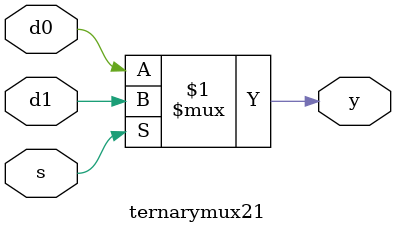
<source format=v>
module ternarymux21(input d0, d1,
                    input s,
                    output y);

    assign y = s ? d1 : d0;

endmodule
</source>
